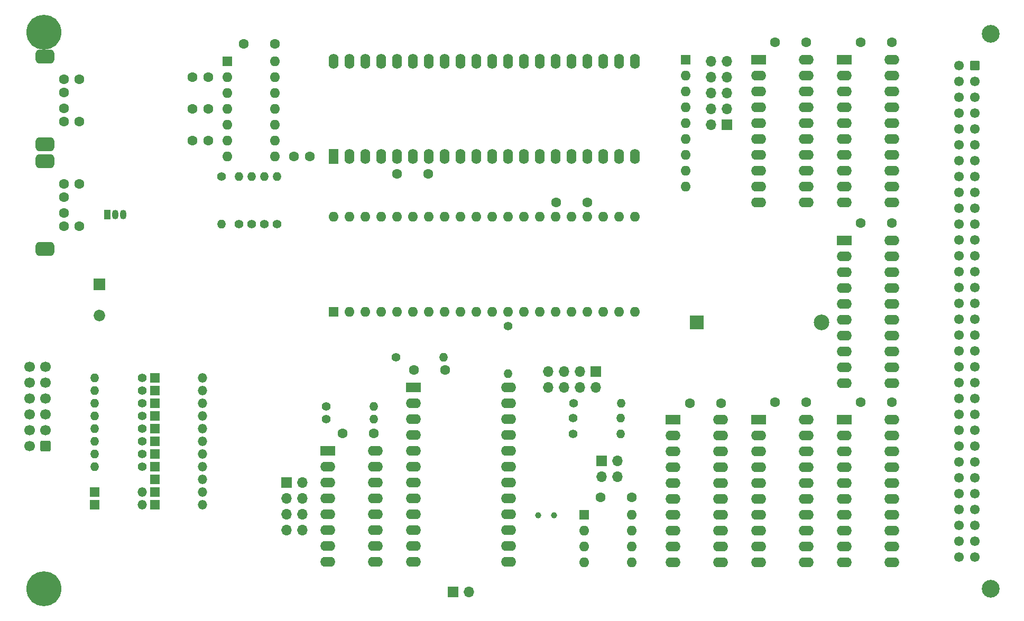
<source format=gbr>
%TF.GenerationSoftware,KiCad,Pcbnew,(6.0.4)*%
%TF.CreationDate,2022-10-24T21:32:19+02:00*%
%TF.ProjectId,Z80-MIO,5a38302d-4d49-44f2-9e6b-696361645f70,rev?*%
%TF.SameCoordinates,Original*%
%TF.FileFunction,Soldermask,Top*%
%TF.FilePolarity,Negative*%
%FSLAX46Y46*%
G04 Gerber Fmt 4.6, Leading zero omitted, Abs format (unit mm)*
G04 Created by KiCad (PCBNEW (6.0.4)) date 2022-10-24 21:32:19*
%MOMM*%
%LPD*%
G01*
G04 APERTURE LIST*
G04 Aperture macros list*
%AMRoundRect*
0 Rectangle with rounded corners*
0 $1 Rounding radius*
0 $2 $3 $4 $5 $6 $7 $8 $9 X,Y pos of 4 corners*
0 Add a 4 corners polygon primitive as box body*
4,1,4,$2,$3,$4,$5,$6,$7,$8,$9,$2,$3,0*
0 Add four circle primitives for the rounded corners*
1,1,$1+$1,$2,$3*
1,1,$1+$1,$4,$5*
1,1,$1+$1,$6,$7*
1,1,$1+$1,$8,$9*
0 Add four rect primitives between the rounded corners*
20,1,$1+$1,$2,$3,$4,$5,0*
20,1,$1+$1,$4,$5,$6,$7,0*
20,1,$1+$1,$6,$7,$8,$9,0*
20,1,$1+$1,$8,$9,$2,$3,0*%
G04 Aperture macros list end*
%ADD10R,2.170000X2.170000*%
%ADD11C,2.500000*%
%ADD12R,1.500000X1.500000*%
%ADD13O,1.500000X1.500000*%
%ADD14C,1.600000*%
%ADD15C,5.600000*%
%ADD16C,1.400000*%
%ADD17O,1.400000X1.400000*%
%ADD18R,1.600000X1.600000*%
%ADD19O,1.600000X1.600000*%
%ADD20R,2.400000X1.600000*%
%ADD21O,2.400000X1.600000*%
%ADD22R,1.050000X1.500000*%
%ADD23O,1.050000X1.500000*%
%ADD24R,1.700000X1.700000*%
%ADD25O,1.700000X1.700000*%
%ADD26RoundRect,0.550000X0.950000X-0.550000X0.950000X0.550000X-0.950000X0.550000X-0.950000X-0.550000X0*%
%ADD27R,1.850000X1.850000*%
%ADD28C,1.850000*%
%ADD29C,1.000000*%
%ADD30R,1.600000X2.400000*%
%ADD31O,1.600000X2.400000*%
%ADD32C,2.850000*%
%ADD33RoundRect,0.249999X-0.525001X0.525001X-0.525001X-0.525001X0.525001X-0.525001X0.525001X0.525001X0*%
%ADD34C,1.550000*%
%ADD35RoundRect,0.250000X0.600000X0.600000X-0.600000X0.600000X-0.600000X-0.600000X0.600000X-0.600000X0*%
%ADD36C,1.700000*%
G04 APERTURE END LIST*
D10*
%TO.C,BT1*%
X153276300Y-100330000D03*
D11*
X173276300Y-100330000D03*
%TD*%
D12*
%TO.C,D8*%
X66543000Y-109220000D03*
D13*
X74163000Y-109220000D03*
%TD*%
D14*
%TO.C,C2*%
X75078011Y-61045989D03*
X72578011Y-61045989D03*
%TD*%
%TO.C,C16*%
X170856011Y-55457989D03*
X165856011Y-55457989D03*
%TD*%
D15*
%TO.C,H2*%
X48768000Y-143002000D03*
%TD*%
D16*
%TO.C,R19*%
X105156000Y-105918000D03*
D17*
X112776000Y-105918000D03*
%TD*%
D12*
%TO.C,D4*%
X66543000Y-117348000D03*
D13*
X74163000Y-117348000D03*
%TD*%
D16*
%TO.C,R13*%
X64516000Y-111252000D03*
D17*
X56896000Y-111252000D03*
%TD*%
D18*
%TO.C,U7*%
X78156011Y-58495989D03*
D19*
X78156011Y-61035989D03*
X78156011Y-63575989D03*
X78156011Y-66115989D03*
X78156011Y-68655989D03*
X78156011Y-71195989D03*
X78156011Y-73735989D03*
X85776011Y-73735989D03*
X85776011Y-71195989D03*
X85776011Y-68655989D03*
X85776011Y-66115989D03*
X85776011Y-63575989D03*
X85776011Y-61035989D03*
X85776011Y-58495989D03*
%TD*%
D16*
%TO.C,R5*%
X64516000Y-121412000D03*
D17*
X56896000Y-121412000D03*
%TD*%
D12*
%TO.C,D10*%
X66543000Y-127508000D03*
D13*
X74163000Y-127508000D03*
%TD*%
D16*
%TO.C,R2*%
X133604000Y-113284000D03*
D17*
X141224000Y-113284000D03*
%TD*%
D16*
%TO.C,R16*%
X84074000Y-84582000D03*
D17*
X84074000Y-76962000D03*
%TD*%
D20*
%TO.C,U1*%
X163236011Y-58251989D03*
D21*
X163236011Y-60791989D03*
X163236011Y-63331989D03*
X163236011Y-65871989D03*
X163236011Y-68411989D03*
X163236011Y-70951989D03*
X163236011Y-73491989D03*
X163236011Y-76031989D03*
X163236011Y-78571989D03*
X163236011Y-81111989D03*
X170856011Y-81111989D03*
X170856011Y-78571989D03*
X170856011Y-76031989D03*
X170856011Y-73491989D03*
X170856011Y-70951989D03*
X170856011Y-68411989D03*
X170856011Y-65871989D03*
X170856011Y-63331989D03*
X170856011Y-60791989D03*
X170856011Y-58251989D03*
%TD*%
D14*
%TO.C,C4*%
X88834011Y-73745989D03*
X91334011Y-73745989D03*
%TD*%
%TO.C,C14*%
X184572011Y-55457989D03*
X179572011Y-55457989D03*
%TD*%
D16*
%TO.C,R9*%
X133518011Y-118195989D03*
D17*
X141138011Y-118195989D03*
%TD*%
D14*
%TO.C,C7*%
X170816011Y-113115989D03*
X165816011Y-113115989D03*
%TD*%
D22*
%TO.C,Q1*%
X58928000Y-83058000D03*
D23*
X60198000Y-83058000D03*
X61468000Y-83058000D03*
%TD*%
D18*
%TO.C,U6*%
X95164011Y-98637989D03*
D19*
X97704011Y-98637989D03*
X100244011Y-98637989D03*
X102784011Y-98637989D03*
X105324011Y-98637989D03*
X107864011Y-98637989D03*
X110404011Y-98637989D03*
X112944011Y-98637989D03*
X115484011Y-98637989D03*
X118024011Y-98637989D03*
X120564011Y-98637989D03*
X123104011Y-98637989D03*
X125644011Y-98637989D03*
X128184011Y-98637989D03*
X130724011Y-98637989D03*
X133264011Y-98637989D03*
X135804011Y-98637989D03*
X138344011Y-98637989D03*
X140884011Y-98637989D03*
X143424011Y-98637989D03*
X143424011Y-83397989D03*
X140884011Y-83397989D03*
X138344011Y-83397989D03*
X135804011Y-83397989D03*
X133264011Y-83397989D03*
X130724011Y-83397989D03*
X128184011Y-83397989D03*
X125644011Y-83397989D03*
X123104011Y-83397989D03*
X120564011Y-83397989D03*
X118024011Y-83397989D03*
X115484011Y-83397989D03*
X112944011Y-83397989D03*
X110404011Y-83397989D03*
X107864011Y-83397989D03*
X105324011Y-83397989D03*
X102784011Y-83397989D03*
X100244011Y-83397989D03*
X97704011Y-83397989D03*
X95164011Y-83397989D03*
%TD*%
D16*
%TO.C,R10*%
X64516000Y-109220000D03*
D17*
X56896000Y-109220000D03*
%TD*%
D16*
%TO.C,R18*%
X93980000Y-113792000D03*
D17*
X101600000Y-113792000D03*
%TD*%
D16*
%TO.C,R4*%
X64516000Y-123444000D03*
D17*
X56896000Y-123444000D03*
%TD*%
D24*
%TO.C,J1*%
X158156011Y-68660989D03*
D25*
X155616011Y-68660989D03*
X158156011Y-66120989D03*
X155616011Y-66120989D03*
X158156011Y-63580989D03*
X155616011Y-63580989D03*
X158156011Y-61040989D03*
X155616011Y-61040989D03*
X158156011Y-58500989D03*
X155616011Y-58500989D03*
%TD*%
D24*
%TO.C,J3*%
X138085011Y-122508989D03*
D25*
X140625011Y-122508989D03*
X138085011Y-125048989D03*
X140625011Y-125048989D03*
%TD*%
D16*
%TO.C,R1*%
X77216000Y-76962000D03*
D17*
X77216000Y-84582000D03*
%TD*%
D12*
%TO.C,D3*%
X66543000Y-119380000D03*
D13*
X74163000Y-119380000D03*
%TD*%
D20*
%TO.C,U11*%
X94234000Y-120904000D03*
D21*
X94234000Y-123444000D03*
X94234000Y-125984000D03*
X94234000Y-128524000D03*
X94234000Y-131064000D03*
X94234000Y-133604000D03*
X94234000Y-136144000D03*
X94234000Y-138684000D03*
X101854000Y-138684000D03*
X101854000Y-136144000D03*
X101854000Y-133604000D03*
X101854000Y-131064000D03*
X101854000Y-128524000D03*
X101854000Y-125984000D03*
X101854000Y-123444000D03*
X101854000Y-120904000D03*
%TD*%
D16*
%TO.C,R3*%
X123104011Y-100923989D03*
D17*
X123104011Y-108543989D03*
%TD*%
D14*
%TO.C,C3*%
X75078011Y-71205989D03*
X72578011Y-71205989D03*
%TD*%
D12*
%TO.C,D2*%
X66543000Y-121412000D03*
D13*
X74163000Y-121412000D03*
%TD*%
D16*
%TO.C,R6*%
X64516000Y-119380000D03*
D17*
X56896000Y-119380000D03*
%TD*%
D20*
%TO.C,U3*%
X176952011Y-87207989D03*
D21*
X176952011Y-89747989D03*
X176952011Y-92287989D03*
X176952011Y-94827989D03*
X176952011Y-97367989D03*
X176952011Y-99907989D03*
X176952011Y-102447989D03*
X176952011Y-104987989D03*
X176952011Y-107527989D03*
X176952011Y-110067989D03*
X184572011Y-110067989D03*
X184572011Y-107527989D03*
X184572011Y-104987989D03*
X184572011Y-102447989D03*
X184572011Y-99907989D03*
X184572011Y-97367989D03*
X184572011Y-94827989D03*
X184572011Y-92287989D03*
X184572011Y-89747989D03*
X184572011Y-87207989D03*
%TD*%
D12*
%TO.C,D5*%
X66543000Y-115316000D03*
D13*
X74163000Y-115316000D03*
%TD*%
D18*
%TO.C,RN1*%
X151552011Y-58236989D03*
D19*
X151552011Y-60776989D03*
X151552011Y-63316989D03*
X151552011Y-65856989D03*
X151552011Y-68396989D03*
X151552011Y-70936989D03*
X151552011Y-73476989D03*
X151552011Y-76016989D03*
X151552011Y-78556989D03*
%TD*%
D18*
%TO.C,U10*%
X135296011Y-131159989D03*
D19*
X135296011Y-133699989D03*
X135296011Y-136239989D03*
X135296011Y-138779989D03*
X142916011Y-138779989D03*
X142916011Y-136239989D03*
X142916011Y-133699989D03*
X142916011Y-131159989D03*
%TD*%
D14*
%TO.C,J6*%
X51929000Y-80229000D03*
X51929000Y-82829000D03*
X51929000Y-78129000D03*
D26*
X48929000Y-88529000D03*
X48929000Y-74529000D03*
D14*
X51929000Y-84929000D03*
X54429000Y-78129000D03*
X54429000Y-84929000D03*
%TD*%
D12*
%TO.C,D1*%
X66543000Y-123444000D03*
D13*
X74163000Y-123444000D03*
%TD*%
D16*
%TO.C,R17*%
X86106000Y-84582000D03*
D17*
X86106000Y-76962000D03*
%TD*%
D20*
%TO.C,U4*%
X176952011Y-58251989D03*
D21*
X176952011Y-60791989D03*
X176952011Y-63331989D03*
X176952011Y-65871989D03*
X176952011Y-68411989D03*
X176952011Y-70951989D03*
X176952011Y-73491989D03*
X176952011Y-76031989D03*
X176952011Y-78571989D03*
X176952011Y-81111989D03*
X184572011Y-81111989D03*
X184572011Y-78571989D03*
X184572011Y-76031989D03*
X184572011Y-73491989D03*
X184572011Y-70951989D03*
X184572011Y-68411989D03*
X184572011Y-65871989D03*
X184572011Y-63331989D03*
X184572011Y-60791989D03*
X184572011Y-58251989D03*
%TD*%
D24*
%TO.C,J9*%
X87625000Y-125994000D03*
D25*
X90165000Y-125994000D03*
X87625000Y-128534000D03*
X90165000Y-128534000D03*
X87625000Y-131074000D03*
X90165000Y-131074000D03*
X87625000Y-133614000D03*
X90165000Y-133614000D03*
%TD*%
D12*
%TO.C,D9*%
X56891000Y-127508000D03*
D13*
X64511000Y-127508000D03*
%TD*%
D27*
%TO.C,LS1*%
X57658000Y-94274000D03*
D28*
X57658000Y-99274000D03*
%TD*%
D29*
%TO.C,Y1*%
X127900011Y-131257989D03*
X130440011Y-131257989D03*
%TD*%
D30*
%TO.C,U9*%
X95164011Y-73720989D03*
D31*
X97704011Y-73720989D03*
X100244011Y-73720989D03*
X102784011Y-73720989D03*
X105324011Y-73720989D03*
X107864011Y-73720989D03*
X110404011Y-73720989D03*
X112944011Y-73720989D03*
X115484011Y-73720989D03*
X118024011Y-73720989D03*
X120564011Y-73720989D03*
X123104011Y-73720989D03*
X125644011Y-73720989D03*
X128184011Y-73720989D03*
X130724011Y-73720989D03*
X133264011Y-73720989D03*
X135804011Y-73720989D03*
X138344011Y-73720989D03*
X140884011Y-73720989D03*
X143424011Y-73720989D03*
X143424011Y-58480989D03*
X140884011Y-58480989D03*
X138344011Y-58480989D03*
X135804011Y-58480989D03*
X133264011Y-58480989D03*
X130724011Y-58480989D03*
X128184011Y-58480989D03*
X125644011Y-58480989D03*
X123104011Y-58480989D03*
X120564011Y-58480989D03*
X118024011Y-58480989D03*
X115484011Y-58480989D03*
X112944011Y-58480989D03*
X110404011Y-58480989D03*
X107864011Y-58480989D03*
X105324011Y-58480989D03*
X102784011Y-58480989D03*
X100244011Y-58480989D03*
X97704011Y-58480989D03*
X95164011Y-58480989D03*
%TD*%
D15*
%TO.C,H1*%
X48768000Y-53848000D03*
%TD*%
D14*
%TO.C,C5*%
X112990000Y-107950000D03*
X107990000Y-107950000D03*
%TD*%
D20*
%TO.C,U5*%
X176952011Y-115904989D03*
D21*
X176952011Y-118444989D03*
X176952011Y-120984989D03*
X176952011Y-123524989D03*
X176952011Y-126064989D03*
X176952011Y-128604989D03*
X176952011Y-131144989D03*
X176952011Y-133684989D03*
X176952011Y-136224989D03*
X176952011Y-138764989D03*
X184572011Y-138764989D03*
X184572011Y-136224989D03*
X184572011Y-133684989D03*
X184572011Y-131144989D03*
X184572011Y-128604989D03*
X184572011Y-126064989D03*
X184572011Y-123524989D03*
X184572011Y-120984989D03*
X184572011Y-118444989D03*
X184572011Y-115904989D03*
%TD*%
D12*
%TO.C,D7*%
X66543000Y-111252000D03*
D13*
X74163000Y-111252000D03*
%TD*%
D32*
%TO.C,J2*%
X200406000Y-143002000D03*
X200406000Y-54102000D03*
D33*
X197866000Y-59182000D03*
D34*
X197866000Y-61722000D03*
X197866000Y-64262000D03*
X197866000Y-66802000D03*
X197866000Y-69342000D03*
X197866000Y-71882000D03*
X197866000Y-74422000D03*
X197866000Y-76962000D03*
X197866000Y-79502000D03*
X197866000Y-82042000D03*
X197866000Y-84582000D03*
X197866000Y-87122000D03*
X197866000Y-89662000D03*
X197866000Y-92202000D03*
X197866000Y-94742000D03*
X197866000Y-97282000D03*
X197866000Y-99822000D03*
X197866000Y-102362000D03*
X197866000Y-104902000D03*
X197866000Y-107442000D03*
X197866000Y-109982000D03*
X197866000Y-112522000D03*
X197866000Y-115062000D03*
X197866000Y-117602000D03*
X197866000Y-120142000D03*
X197866000Y-122682000D03*
X197866000Y-125222000D03*
X197866000Y-127762000D03*
X197866000Y-130302000D03*
X197866000Y-132842000D03*
X197866000Y-135382000D03*
X197866000Y-137922000D03*
X195326000Y-59182000D03*
X195326000Y-61722000D03*
X195326000Y-64262000D03*
X195326000Y-66802000D03*
X195326000Y-69342000D03*
X195326000Y-71882000D03*
X195326000Y-74422000D03*
X195326000Y-76962000D03*
X195326000Y-79502000D03*
X195326000Y-82042000D03*
X195326000Y-84582000D03*
X195326000Y-87122000D03*
X195326000Y-89662000D03*
X195326000Y-92202000D03*
X195326000Y-94742000D03*
X195326000Y-97282000D03*
X195326000Y-99822000D03*
X195326000Y-102362000D03*
X195326000Y-104902000D03*
X195326000Y-107442000D03*
X195326000Y-109982000D03*
X195326000Y-112522000D03*
X195326000Y-115062000D03*
X195326000Y-117602000D03*
X195326000Y-120142000D03*
X195326000Y-122682000D03*
X195326000Y-125222000D03*
X195326000Y-127762000D03*
X195326000Y-130302000D03*
X195326000Y-132842000D03*
X195326000Y-135382000D03*
X195326000Y-137922000D03*
%TD*%
D12*
%TO.C,D6*%
X66543000Y-113284000D03*
D13*
X74163000Y-113284000D03*
%TD*%
D12*
%TO.C,D13*%
X66543000Y-125476000D03*
D13*
X74163000Y-125476000D03*
%TD*%
D14*
%TO.C,C15*%
X105324011Y-76539989D03*
X110324011Y-76539989D03*
%TD*%
D16*
%TO.C,R20*%
X93980000Y-115824000D03*
D17*
X101600000Y-115824000D03*
%TD*%
D24*
%TO.C,J8*%
X137150000Y-108199000D03*
D25*
X137150000Y-110739000D03*
X134610000Y-108199000D03*
X134610000Y-110739000D03*
X132070000Y-108199000D03*
X132070000Y-110739000D03*
X129530000Y-108199000D03*
X129530000Y-110739000D03*
%TD*%
D14*
%TO.C,C10*%
X184532011Y-113115989D03*
X179532011Y-113115989D03*
%TD*%
%TO.C,C11*%
X130764011Y-81111989D03*
X135764011Y-81111989D03*
%TD*%
D24*
%TO.C,J7*%
X114300000Y-143510000D03*
D25*
X116840000Y-143510000D03*
%TD*%
D14*
%TO.C,C13*%
X157226000Y-113284000D03*
X152226000Y-113284000D03*
%TD*%
%TO.C,C6*%
X101560000Y-118110000D03*
X96560000Y-118110000D03*
%TD*%
%TO.C,C9*%
X142876011Y-128355989D03*
X137876011Y-128355989D03*
%TD*%
D16*
%TO.C,R14*%
X80010000Y-84582000D03*
D17*
X80010000Y-76962000D03*
%TD*%
D16*
%TO.C,R12*%
X64516000Y-113284000D03*
D17*
X56896000Y-113284000D03*
%TD*%
D14*
%TO.C,C8*%
X85766011Y-55711989D03*
X80766011Y-55711989D03*
%TD*%
%TO.C,C12*%
X184572011Y-84413989D03*
X179572011Y-84413989D03*
%TD*%
D16*
%TO.C,R15*%
X82042000Y-84582000D03*
D17*
X82042000Y-76962000D03*
%TD*%
D35*
%TO.C,J4*%
X49022000Y-120142000D03*
D36*
X46482000Y-120142000D03*
X49022000Y-117602000D03*
X46482000Y-117602000D03*
X49022000Y-115062000D03*
X46482000Y-115062000D03*
X49022000Y-112522000D03*
X46482000Y-112522000D03*
X49022000Y-109982000D03*
X46482000Y-109982000D03*
X49022000Y-107442000D03*
X46482000Y-107442000D03*
%TD*%
D16*
%TO.C,R11*%
X64516000Y-115316000D03*
D17*
X56896000Y-115316000D03*
%TD*%
D20*
%TO.C,U12*%
X107950000Y-110744000D03*
D21*
X107950000Y-113284000D03*
X107950000Y-115824000D03*
X107950000Y-118364000D03*
X107950000Y-120904000D03*
X107950000Y-123444000D03*
X107950000Y-125984000D03*
X107950000Y-128524000D03*
X107950000Y-131064000D03*
X107950000Y-133604000D03*
X107950000Y-136144000D03*
X107950000Y-138684000D03*
X123190000Y-138684000D03*
X123190000Y-136144000D03*
X123190000Y-133604000D03*
X123190000Y-131064000D03*
X123190000Y-128524000D03*
X123190000Y-125984000D03*
X123190000Y-123444000D03*
X123190000Y-120904000D03*
X123190000Y-118364000D03*
X123190000Y-115824000D03*
X123190000Y-113284000D03*
X123190000Y-110744000D03*
%TD*%
D20*
%TO.C,U2*%
X163236011Y-115904989D03*
D21*
X163236011Y-118444989D03*
X163236011Y-120984989D03*
X163236011Y-123524989D03*
X163236011Y-126064989D03*
X163236011Y-128604989D03*
X163236011Y-131144989D03*
X163236011Y-133684989D03*
X163236011Y-136224989D03*
X163236011Y-138764989D03*
X170856011Y-138764989D03*
X170856011Y-136224989D03*
X170856011Y-133684989D03*
X170856011Y-131144989D03*
X170856011Y-128604989D03*
X170856011Y-126064989D03*
X170856011Y-123524989D03*
X170856011Y-120984989D03*
X170856011Y-118444989D03*
X170856011Y-115904989D03*
%TD*%
D12*
%TO.C,D11*%
X56896000Y-129540000D03*
D13*
X64516000Y-129540000D03*
%TD*%
D16*
%TO.C,R8*%
X133518011Y-115655989D03*
D17*
X141138011Y-115655989D03*
%TD*%
D12*
%TO.C,D12*%
X66548000Y-129540000D03*
D13*
X74168000Y-129540000D03*
%TD*%
D14*
%TO.C,J5*%
X51929000Y-63465000D03*
X51929000Y-66065000D03*
D26*
X48929000Y-71765000D03*
X48929000Y-57765000D03*
D14*
X51929000Y-61365000D03*
X51929000Y-68165000D03*
X54429000Y-61365000D03*
X54429000Y-68165000D03*
%TD*%
D20*
%TO.C,U8*%
X149520011Y-115904989D03*
D21*
X149520011Y-118444989D03*
X149520011Y-120984989D03*
X149520011Y-123524989D03*
X149520011Y-126064989D03*
X149520011Y-128604989D03*
X149520011Y-131144989D03*
X149520011Y-133684989D03*
X149520011Y-136224989D03*
X149520011Y-138764989D03*
X157140011Y-138764989D03*
X157140011Y-136224989D03*
X157140011Y-133684989D03*
X157140011Y-131144989D03*
X157140011Y-128604989D03*
X157140011Y-126064989D03*
X157140011Y-123524989D03*
X157140011Y-120984989D03*
X157140011Y-118444989D03*
X157140011Y-115904989D03*
%TD*%
D16*
%TO.C,R7*%
X64516000Y-117348000D03*
D17*
X56896000Y-117348000D03*
%TD*%
D14*
%TO.C,C1*%
X75078011Y-66125989D03*
X72578011Y-66125989D03*
%TD*%
M02*

</source>
